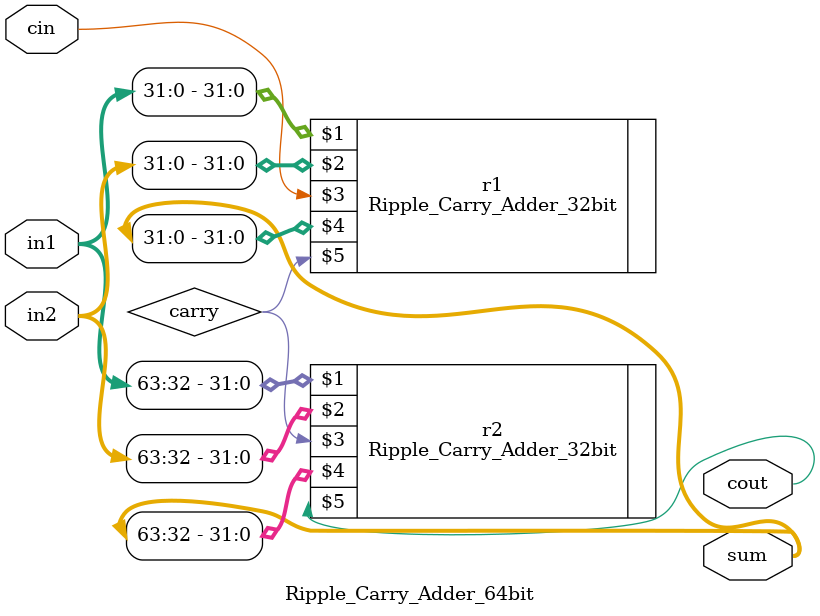
<source format=v>
`timescale 1ns / 1ps
module Ripple_Carry_Adder_64bit(input[63:0] in1,input[63:0] in2, input cin, output [63:0] sum, output cout);
wire carry;
Ripple_Carry_Adder_32bit r1(in1[31:0],in2[31:0],cin,sum[31:0],carry);
Ripple_Carry_Adder_32bit r2(in1[63:32],in2[63:32],carry,sum[63:32],cout);

endmodule

</source>
